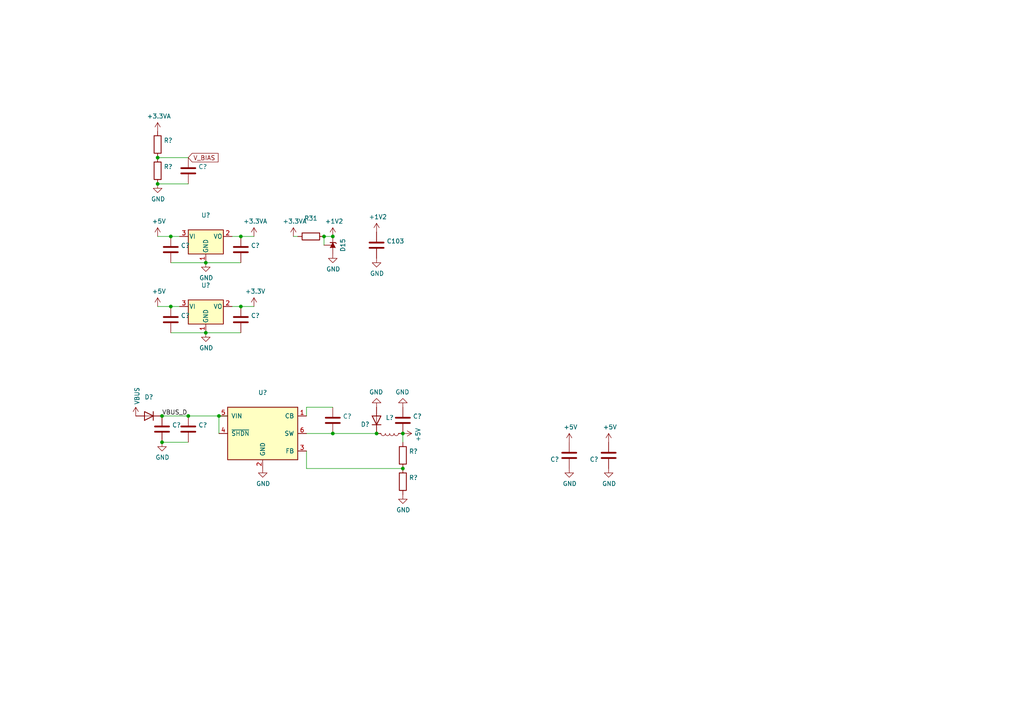
<source format=kicad_sch>
(kicad_sch (version 20211123) (generator eeschema)
  (paper "A4")
  (lib_symbols
    (symbol "Device:C" (pin_numbers hide) (pin_names (offset 0.254))
      (property "Reference" "C" (at 0.635 2.54 0))
      (property "Value" "C" (at 0.635 -2.54 0))
      (symbol "C_0_1"
        (polyline (pts (xy -2.032 -0.762) (xy 2.032 -0.762)) (stroke (width 0.508)))
        (polyline (pts (xy -2.032 0.762) (xy 2.032 0.762)) (stroke (width 0.508)))
      )
      (symbol "C_1_1"
        (pin passive line (at 0 3.81 270) (length 2.794) (name "~") (number "1"))
        (pin passive line (at 0 -3.81 90) (length 2.794) (name "~") (number "2"))
      )
    )
    (symbol "Device:D" (pin_numbers hide) (pin_names (offset 1.016) hide)
      (property "Reference" "D" (at 0 2.54 0))
      (property "Value" "D" (at 0 -2.54 0))
      (symbol "D_0_1"
        (polyline (pts (xy -1.27 1.27) (xy -1.27 -1.27)) (stroke (width 0.254)))
        (polyline (pts (xy 1.27 0) (xy -1.27 0)))
        (polyline (pts (xy 1.27 1.27) (xy 1.27 -1.27) (xy -1.27 0) (xy 1.27 1.27)) (stroke (width 0.254)))
      )
      (symbol "D_1_1"
        (pin passive line (at -3.81 0 0) (length 2.54) (name "K") (number "1"))
        (pin passive line (at 3.81 0 180) (length 2.54) (name "A") (number "2"))
      )
    )
    (symbol "Device:L" (pin_numbers hide) (pin_names (offset 1.016) hide)
      (property "Reference" "L" (at -1.27 0 90))
      (property "Value" "L" (at 1.905 0 90))
      (symbol "L_0_1"
        (arc (start 0 -2.54) (mid 0.635 -1.905) (end 0 -1.27))
        (arc (start 0 -1.27) (mid 0.635 -0.635) (end 0 0))
        (arc (start 0 0) (mid 0.635 0.635) (end 0 1.27))
        (arc (start 0 1.27) (mid 0.635 1.905) (end 0 2.54))
      )
      (symbol "L_1_1"
        (pin passive line (at 0 3.81 270) (length 1.27) (name "1") (number "1"))
        (pin passive line (at 0 -3.81 90) (length 1.27) (name "2") (number "2"))
      )
    )
    (symbol "Device:R" (pin_numbers hide) (pin_names (offset 0))
      (property "Reference" "R" (at 2.032 0 90))
      (property "Value" "R" (at 0 0 90))
      (symbol "R_0_1"
        (rectangle (start -1.016 -2.54) (end 1.016 2.54) (stroke (width 0.254)))
      )
      (symbol "R_1_1"
        (pin passive line (at 0 3.81 270) (length 1.27) (name "~") (number "1"))
        (pin passive line (at 0 -3.81 90) (length 1.27) (name "~") (number "2"))
      )
    )
    (symbol "Reference_Voltage:TL432DBZ" (pin_numbers hide) (pin_names hide)
      (property "Reference" "U" (at -2.54 2.54 0))
      (property "Value" "TL432DBZ" (at 0 -2.54 0))
      (symbol "TL432DBZ_0_1"
        (polyline (pts (xy -1.27 0) (xy 0 0) (xy 1.27 0)))
        (polyline (pts (xy -0.762 0.762) (xy 0.762 0) (xy -0.762 -0.762)) (fill (type outline)))
        (polyline (pts (xy 0.508 -1.016) (xy 0.762 -0.762) (xy 0.762 0.762) (xy 0.762 0.762)) (stroke (width 0.254)))
      )
      (symbol "TL432DBZ_1_1"
        (pin passive line (at 0 2.54 270) (length 2.54) (name "REF") (number "1"))
        (pin passive line (at 2.54 0 180) (length 1.27) (name "K") (number "2"))
        (pin passive line (at -2.54 0 0) (length 1.27) (name "A") (number "3"))
      )
    )
    (symbol "Regulator_Linear:APE8865N-33-HF-3" (pin_names (offset 0.254))
      (property "Reference" "U" (at -3.81 3.175 0))
      (property "Value" "APE8865N-33-HF-3" (at 0 3.175 0))
      (symbol "APE8865N-33-HF-3_0_1"
        (rectangle (start -5.08 1.905) (end 5.08 -5.08) (stroke (width 0.254)) (fill (type background)))
      )
      (symbol "APE8865N-33-HF-3_1_1"
        (pin power_in line (at 0 -7.62 90) (length 2.54) (name "GND") (number "1"))
        (pin power_out line (at 7.62 0 180) (length 2.54) (name "VO") (number "2"))
        (pin power_in line (at -7.62 0 0) (length 2.54) (name "VI") (number "3"))
      )
    )
    (symbol "Regulator_Switching:LMR16006YQ" (pin_names (offset 1.016))
      (property "Reference" "U" (at -10.16 11.43 0))
      (property "Value" "LMR16006YQ" (at -10.16 8.89 0))
      (symbol "LMR16006YQ_0_1"
        (rectangle (start -10.16 7.62) (end 10.16 -7.62) (stroke (width 0.254)) (fill (type background)))
      )
      (symbol "LMR16006YQ_1_1"
        (pin input line (at 12.7 5.08 180) (length 2.54) (name "CB") (number "1"))
        (pin power_in line (at 0 -10.16 90) (length 2.54) (name "GND") (number "2"))
        (pin input line (at 12.7 -5.08 180) (length 2.54) (name "FB") (number "3"))
        (pin input line (at -12.7 0 0) (length 2.54) (name "~{SHDN}") (number "4"))
        (pin power_in line (at -12.7 5.08 0) (length 2.54) (name "VIN") (number "5"))
        (pin output line (at 12.7 0 180) (length 2.54) (name "SW") (number "6"))
      )
    )
    (symbol "power:+1V2" (power) (pin_names (offset 0))
      (property "Value" "+1V2" (at 0 3.556 0))
      (symbol "+1V2_0_1"
        (polyline (pts (xy -0.762 1.27) (xy 0 2.54)))
        (polyline (pts (xy 0 0) (xy 0 2.54)))
        (polyline (pts (xy 0 2.54) (xy 0.762 1.27)))
      )
      (symbol "+1V2_1_1"
        (pin power_in line (at 0 0 90) (length 0) hide (name "+1V2") (number "1"))
      )
    )
    (symbol "power:+3.3V" (power) (pin_names (offset 0))
      (property "Value" "+3.3V" (at 0 3.556 0))
      (symbol "+3.3V_0_1"
        (polyline (pts (xy -0.762 1.27) (xy 0 2.54)))
        (polyline (pts (xy 0 0) (xy 0 2.54)))
        (polyline (pts (xy 0 2.54) (xy 0.762 1.27)))
      )
      (symbol "+3.3V_1_1"
        (pin power_in line (at 0 0 90) (length 0) hide (name "+3.3V") (number "1"))
      )
    )
    (symbol "power:+3.3VA" (power) (pin_names (offset 0))
      (property "Value" "+3.3VA" (at 0 3.556 0))
      (symbol "+3.3VA_0_1"
        (polyline (pts (xy -0.762 1.27) (xy 0 2.54)))
        (polyline (pts (xy 0 0) (xy 0 2.54)))
        (polyline (pts (xy 0 2.54) (xy 0.762 1.27)))
      )
      (symbol "+3.3VA_1_1"
        (pin power_in line (at 0 0 90) (length 0) hide (name "+3.3VA") (number "1"))
      )
    )
    (symbol "power:+5V" (power) (pin_names (offset 0))
      (property "Value" "+5V" (at 0 3.556 0))
      (symbol "+5V_0_1"
        (polyline (pts (xy -0.762 1.27) (xy 0 2.54)))
        (polyline (pts (xy 0 0) (xy 0 2.54)))
        (polyline (pts (xy 0 2.54) (xy 0.762 1.27)))
      )
      (symbol "+5V_1_1"
        (pin power_in line (at 0 0 90) (length 0) hide (name "+5V") (number "1"))
      )
    )
    (symbol "power:GND" (power) (pin_names (offset 0))
      (property "Value" "GND" (at 0 -3.81 0))
      (symbol "GND_0_1"
        (polyline (pts (xy 0 0) (xy 0 -1.27) (xy 1.27 -1.27) (xy 0 -2.54) (xy -1.27 -1.27) (xy 0 -1.27)))
      )
      (symbol "GND_1_1"
        (pin power_in line (at 0 0 270) (length 0) hide (name "GND") (number "1"))
      )
    )
    (symbol "power:VBUS" (power) (pin_names (offset 0))
      (property "Value" "VBUS" (at 0 3.81 0))
      (symbol "VBUS_0_1"
        (polyline (pts (xy -0.762 1.27) (xy 0 2.54)))
        (polyline (pts (xy 0 0) (xy 0 2.54)))
        (polyline (pts (xy 0 2.54) (xy 0.762 1.27)))
      )
      (symbol "VBUS_1_1"
        (pin power_in line (at 0 0 90) (length 0) hide (name "VBUS") (number "1"))
      )
    )
  )
  (junction (at 59.69 76.2))
  (junction (at 93.98 68.58))
  (junction (at 49.53 88.9))
  (junction (at 109.22 125.73))
  (junction (at 49.53 68.58))
  (junction (at 59.69 96.52))
  (junction (at 96.52 125.73))
  (junction (at 46.99 128.27))
  (junction (at 46.99 120.65))
  (junction (at 96.52 68.58))
  (junction (at 63.5 120.65))
  (junction (at 116.84 135.89))
  (junction (at 54.61 120.65))
  (junction (at 45.72 53.34))
  (junction (at 116.84 125.73))
  (junction (at 69.85 68.58))
  (junction (at 69.85 88.9))
  (junction (at 45.72 45.72))
  (wire (pts (xy 69.85 68.58) (xy 73.66 68.58)))
  (wire (pts (xy 49.53 68.58) (xy 52.07 68.58)))
  (wire (pts (xy 96.52 125.73) (xy 109.22 125.73)))
  (wire (pts (xy 45.72 45.72) (xy 54.61 45.72)))
  (wire (pts (xy 66.04 120.65) (xy 63.5 120.65)))
  (wire (pts (xy 85.09 68.58) (xy 86.36 68.58)))
  (wire (pts (xy 45.72 88.9) (xy 49.53 88.9)))
  (wire (pts (xy 67.31 68.58) (xy 69.85 68.58)))
  (wire (pts (xy 88.9 125.73) (xy 96.52 125.73)))
  (wire (pts (xy 49.53 76.2) (xy 59.69 76.2)))
  (wire (pts (xy 88.9 118.11) (xy 96.52 118.11)))
  (wire (pts (xy 63.5 120.65) (xy 54.61 120.65)))
  (wire (pts (xy 46.99 128.27) (xy 54.61 128.27)))
  (wire (pts (xy 59.69 76.2) (xy 69.85 76.2)))
  (wire (pts (xy 69.85 88.9) (xy 73.66 88.9)))
  (wire (pts (xy 49.53 96.52) (xy 59.69 96.52)))
  (wire (pts (xy 45.72 53.34) (xy 54.61 53.34)))
  (wire (pts (xy 93.98 68.58) (xy 93.98 71.12)))
  (wire (pts (xy 59.69 96.52) (xy 69.85 96.52)))
  (wire (pts (xy 49.53 88.9) (xy 52.07 88.9)))
  (wire (pts (xy 116.84 125.73) (xy 116.84 128.27)))
  (wire (pts (xy 88.9 120.65) (xy 88.9 118.11)))
  (wire (pts (xy 96.52 68.58) (xy 93.98 68.58)))
  (wire (pts (xy 88.9 130.81) (xy 88.9 135.89)))
  (wire (pts (xy 46.99 120.65) (xy 54.61 120.65)))
  (wire (pts (xy 88.9 135.89) (xy 116.84 135.89)))
  (wire (pts (xy 45.72 68.58) (xy 49.53 68.58)))
  (wire (pts (xy 63.5 120.65) (xy 63.5 125.73)))
  (wire (pts (xy 67.31 88.9) (xy 69.85 88.9)))
  (label "VBUS_D" (at 46.99 120.65 0))
  (global_label "V_BIAS" (shape input) (at 54.61 45.72 0) (property "Intersheet References" "${INTERSHEET_REFS}" (effects hide)))
  (symbol (lib_id "power:+5V") (at 165.1 128.27 0) (unit 1)
    (property "Reference" "#PWR?" (effects hide))
  )
  (symbol (lib_id "power:GND") (at 165.1 135.89 0) (unit 1)
    (property "Reference" "#PWR?" (effects hide))
  )
  (symbol (lib_id "Device:C") (at 165.1 132.08 0) (unit 1)
    (property "Reference" "C?" (at 162.179 133.2484 0) (effects (justify right)))
  )
  (symbol (lib_id "power:+5V") (at 176.53 128.27 0) (unit 1)
    (property "Reference" "#PWR?" (effects hide))
  )
  (symbol (lib_id "power:GND") (at 176.53 135.89 0) (unit 1)
    (property "Reference" "#PWR?" (effects hide))
  )
  (symbol (lib_id "Device:C") (at 176.53 132.08 0) (unit 1)
    (property "Reference" "C?" (at 173.609 133.2484 0) (effects (justify right)))
  )
  (symbol (lib_id "Device:R") (at 45.72 41.91 0) (unit 1)
    (property "Reference" "R?" (at 47.498 40.7416 0) (effects (justify left)))
  )
  (symbol (lib_id "Device:R") (at 45.72 49.53 0) (unit 1)
    (property "Reference" "R?" (at 47.498 48.3616 0) (effects (justify left)))
  )
  (symbol (lib_id "power:GND") (at 45.72 53.34 0) (unit 1)
    (property "Reference" "#PWR?" (effects hide))
  )
  (symbol (lib_id "power:+3.3VA") (at 45.72 38.1 0) (unit 1)
    (property "Reference" "#PWR?" (effects hide))
  )
  (symbol (lib_id "Device:C") (at 54.61 49.53 180) (unit 1)
    (property "Reference" "C?" (at 57.531 48.3616 0) (effects (justify right)))
  )
  (symbol (lib_id "Device:C") (at 69.85 92.71 180) (unit 1)
    (property "Reference" "C?" (at 72.771 91.5416 0) (effects (justify right)))
  )
  (symbol (lib_id "Device:C") (at 69.85 72.39 180) (unit 1)
    (property "Reference" "C?" (at 72.771 71.2216 0) (effects (justify right)))
  )
  (symbol (lib_id "power:+3.3VA") (at 73.66 68.58 0) (unit 1)
    (property "Reference" "#PWR?" (effects hide))
  )
  (symbol (lib_id "power:GND") (at 59.69 76.2 0) (unit 1)
    (property "Reference" "#PWR?" (effects hide))
  )
  (symbol (lib_id "power:+5V") (at 45.72 68.58 0) (unit 1)
    (property "Reference" "#PWR?" (effects hide))
  )
  (symbol (lib_id "Device:C") (at 49.53 72.39 0) (unit 1)
    (property "Reference" "C?" (at 52.451 71.2216 0) (effects (justify left)))
  )
  (symbol (lib_id "Regulator_Linear:APE8865N-33-HF-3") (at 59.69 68.58 0) (unit 1)
    (property "Reference" "U?" (at 59.69 62.4332 0))
    (property "Datasheet" "http://www.tme.eu/fr/Document/ced3461ed31ea70a3c416fb648e0cde7/APE8865-3.pdf" (effects hide))
  )
  (symbol (lib_id "power:+3.3V") (at 73.66 88.9 0) (unit 1)
    (property "Reference" "#PWR?" (effects hide))
  )
  (symbol (lib_id "power:GND") (at 59.69 96.52 0) (unit 1)
    (property "Reference" "#PWR?" (effects hide))
  )
  (symbol (lib_id "power:+5V") (at 45.72 88.9 0) (unit 1)
    (property "Reference" "#PWR?" (effects hide))
  )
  (symbol (lib_id "Device:C") (at 49.53 92.71 0) (unit 1)
    (property "Reference" "C?" (at 52.451 91.5416 0) (effects (justify left)))
  )
  (symbol (lib_id "Regulator_Linear:APE8865N-33-HF-3") (at 59.69 88.9 0) (unit 1)
    (property "Reference" "U?" (at 59.69 82.7532 0))
    (property "Datasheet" "http://www.tme.eu/fr/Document/ced3461ed31ea70a3c416fb648e0cde7/APE8865-3.pdf" (effects hide))
  )
  (symbol (lib_id "power:VBUS") (at 39.37 120.65 0) (unit 1)
    (property "Reference" "#PWR?" (effects hide))
  )
  (symbol (lib_id "power:GND") (at 76.2 135.89 0) (unit 1)
    (property "Reference" "#PWR?" (effects hide))
  )
  (symbol (lib_id "Device:C") (at 96.52 121.92 0) (unit 1)
    (property "Reference" "C?" (at 99.441 120.7516 0) (effects (justify left)))
  )
  (symbol (lib_id "Device:R") (at 116.84 132.08 0) (unit 1)
    (property "Reference" "R?" (at 118.618 130.9116 0) (effects (justify left)))
  )
  (symbol (lib_id "power:GND") (at 109.22 118.11 180) (unit 1)
    (property "Reference" "#PWR?" (effects hide))
  )
  (symbol (lib_id "power:GND") (at 116.84 143.51 0) (unit 1)
    (property "Reference" "#PWR?" (effects hide))
  )
  (symbol (lib_id "Device:D") (at 109.22 121.92 90) (unit 1)
    (property "Reference" "D?" (at 107.2134 123.0884 90) (effects (justify left)))
  )
  (symbol (lib_id "power:+5V") (at 116.84 125.73 270) (unit 1)
    (property "Reference" "#PWR?" (effects hide))
  )
  (symbol (lib_id "power:GND") (at 116.84 118.11 180) (unit 1)
    (property "Reference" "#PWR?" (effects hide))
  )
  (symbol (lib_id "Device:C") (at 116.84 121.92 180) (unit 1)
    (property "Reference" "C?" (at 119.761 120.7516 0) (effects (justify right)))
  )
  (symbol (lib_id "Device:R") (at 116.84 139.7 0) (unit 1)
    (property "Reference" "R?" (at 118.618 138.5316 0) (effects (justify left)))
  )
  (symbol (lib_id "Device:C") (at 46.99 124.46 180) (unit 1)
    (property "Reference" "C?" (at 49.911 123.2916 0) (effects (justify right)))
  )
  (symbol (lib_id "Device:C") (at 54.61 124.46 180) (unit 1)
    (property "Reference" "C?" (at 57.531 123.2916 0) (effects (justify right)))
  )
  (symbol (lib_id "Regulator_Switching:LMR16006YQ") (at 76.2 125.73 0) (unit 1)
    (property "Reference" "U?" (at 76.2 113.8682 0))
    (property "Datasheet" "http://www.ti.com/lit/ds/symlink/lmr16006y-q1.pdf" (effects hide))
  )
  (symbol (lib_id "Device:L") (at 113.03 125.73 270) (unit 1)
    (property "Reference" "L?" (at 113.03 121.1326 90))
  )
  (symbol (lib_id "power:GND") (at 46.99 128.27 0) (unit 1)
    (property "Reference" "#PWR?" (effects hide))
  )
  (symbol (lib_id "Reference_Voltage:TL432DBZ") (at 96.52 71.12 90) (unit 1)
    (property "Reference" "D15" (at 99.441 71.12 0))
    (property "Datasheet" "http://www.ti.com/lit/ds/symlink/tl431.pdf" (effects hide))
  )
  (symbol (lib_id "power:GND") (at 96.52 73.66 0) (unit 1)
    (property "Reference" "#PWR?" (effects hide))
  )
  (symbol (lib_id "power:+1V2") (at 96.52 68.58 0) (unit 1)
    (property "Reference" "#PWR0205" (effects hide))
  )
  (symbol (lib_id "Device:C") (at 109.22 71.12 0) (unit 1)
    (property "Reference" "C103" (at 112.141 69.9516 0) (effects (justify left)))
  )
  (symbol (lib_id "power:GND") (at 109.22 74.93 0) (unit 1)
    (property "Reference" "#PWR?" (effects hide))
  )
  (symbol (lib_id "power:+1V2") (at 109.22 67.31 0) (unit 1)
    (property "Reference" "#PWR0207" (effects hide))
  )
  (symbol (lib_id "Device:R") (at 90.17 68.58 90) (unit 1)
    (property "Reference" "R31" (at 90.17 63.3222 90))
  )
  (symbol (lib_id "power:+3.3VA") (at 85.09 68.58 0) (unit 1)
    (property "Reference" "#PWR?" (effects hide))
  )
  (symbol (lib_id "Device:D") (at 43.18 120.65 180) (unit 1)
    (property "Reference" "D?" (at 43.18 115.1636 0))
  )
)
</source>
